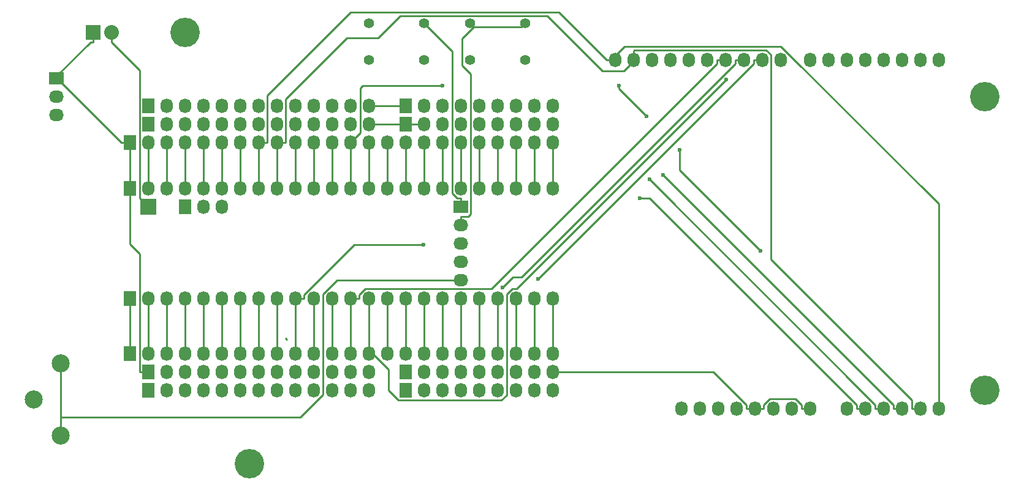
<source format=gbr>
G04 #@! TF.FileFunction,Copper,L2,Bot,Signal*
%FSLAX46Y46*%
G04 Gerber Fmt 4.6, Leading zero omitted, Abs format (unit mm)*
G04 Created by KiCad (PCBNEW 4.0.4-stable) date 12/08/16 13:27:43*
%MOMM*%
%LPD*%
G01*
G04 APERTURE LIST*
%ADD10C,0.100000*%
%ADD11R,1.727200X2.032000*%
%ADD12O,1.727200X2.032000*%
%ADD13C,4.064000*%
%ADD14C,2.499360*%
%ADD15R,2.032000X1.727200*%
%ADD16O,2.032000X1.727200*%
%ADD17R,2.235200X2.235200*%
%ADD18R,2.032000X2.032000*%
%ADD19O,2.032000X2.032000*%
%ADD20C,1.397000*%
%ADD21C,0.600000*%
%ADD22C,0.250000*%
G04 APERTURE END LIST*
D10*
D11*
X57658000Y-116205000D03*
D12*
X60198000Y-116205000D03*
X62738000Y-116205000D03*
X65278000Y-116205000D03*
X67818000Y-116205000D03*
X70358000Y-116205000D03*
X72898000Y-116205000D03*
X75438000Y-116205000D03*
X77978000Y-116205000D03*
X80518000Y-116205000D03*
X83058000Y-116205000D03*
X85598000Y-116205000D03*
X88138000Y-116205000D03*
X90678000Y-116205000D03*
X93218000Y-116205000D03*
X95758000Y-116205000D03*
X98298000Y-116205000D03*
X100838000Y-116205000D03*
X103378000Y-116205000D03*
X105918000Y-116205000D03*
X108458000Y-116205000D03*
X110998000Y-116205000D03*
X113538000Y-116205000D03*
X116078000Y-116205000D03*
X133858000Y-123825000D03*
X136398000Y-123825000D03*
X138938000Y-123825000D03*
X141478000Y-123825000D03*
X144018000Y-123825000D03*
X146558000Y-123825000D03*
X149098000Y-123825000D03*
X151638000Y-123825000D03*
X156718000Y-123825000D03*
X159258000Y-123825000D03*
X161798000Y-123825000D03*
X164338000Y-123825000D03*
X166878000Y-123825000D03*
X169418000Y-123825000D03*
X124714000Y-75565000D03*
X127254000Y-75565000D03*
X129794000Y-75565000D03*
X132334000Y-75565000D03*
X134874000Y-75565000D03*
X137414000Y-75565000D03*
X139954000Y-75565000D03*
X142494000Y-75565000D03*
X145034000Y-75565000D03*
X147574000Y-75565000D03*
X151638000Y-75565000D03*
X154178000Y-75565000D03*
X156718000Y-75565000D03*
X159258000Y-75565000D03*
X161798000Y-75565000D03*
X164338000Y-75565000D03*
X166878000Y-75565000D03*
X169418000Y-75565000D03*
D13*
X74168000Y-131445000D03*
X175768000Y-121285000D03*
X65278000Y-71755000D03*
X175768000Y-80645000D03*
D14*
X48127920Y-127556260D03*
X44328080Y-122555000D03*
X48127920Y-117553740D03*
D11*
X95758000Y-121285000D03*
D12*
X98298000Y-121285000D03*
X100838000Y-121285000D03*
X103378000Y-121285000D03*
X105918000Y-121285000D03*
X108458000Y-121285000D03*
X110998000Y-121285000D03*
X113538000Y-121285000D03*
X116078000Y-121285000D03*
D11*
X95758000Y-118745000D03*
D12*
X98298000Y-118745000D03*
X100838000Y-118745000D03*
X103378000Y-118745000D03*
X105918000Y-118745000D03*
X108458000Y-118745000D03*
X110998000Y-118745000D03*
X113538000Y-118745000D03*
X116078000Y-118745000D03*
D11*
X60198000Y-121285000D03*
D12*
X62738000Y-121285000D03*
X65278000Y-121285000D03*
X67818000Y-121285000D03*
X70358000Y-121285000D03*
X72898000Y-121285000D03*
X75438000Y-121285000D03*
X77978000Y-121285000D03*
X80518000Y-121285000D03*
X83058000Y-121285000D03*
X85598000Y-121285000D03*
X88138000Y-121285000D03*
X90678000Y-121285000D03*
D11*
X95758000Y-84455000D03*
D12*
X98298000Y-84455000D03*
X100838000Y-84455000D03*
X103378000Y-84455000D03*
X105918000Y-84455000D03*
X108458000Y-84455000D03*
X110998000Y-84455000D03*
X113538000Y-84455000D03*
X116078000Y-84455000D03*
D11*
X60198000Y-118745000D03*
D12*
X62738000Y-118745000D03*
X65278000Y-118745000D03*
X67818000Y-118745000D03*
X70358000Y-118745000D03*
X72898000Y-118745000D03*
X75438000Y-118745000D03*
X77978000Y-118745000D03*
X80518000Y-118745000D03*
X83058000Y-118745000D03*
X85598000Y-118745000D03*
X88138000Y-118745000D03*
X90678000Y-118745000D03*
D11*
X95758000Y-81915000D03*
D12*
X98298000Y-81915000D03*
X100838000Y-81915000D03*
X103378000Y-81915000D03*
X105918000Y-81915000D03*
X108458000Y-81915000D03*
X110998000Y-81915000D03*
X113538000Y-81915000D03*
X116078000Y-81915000D03*
D11*
X57658000Y-108585000D03*
D12*
X60198000Y-108585000D03*
X62738000Y-108585000D03*
X65278000Y-108585000D03*
X67818000Y-108585000D03*
X70358000Y-108585000D03*
X72898000Y-108585000D03*
X75438000Y-108585000D03*
X77978000Y-108585000D03*
X80518000Y-108585000D03*
X83058000Y-108585000D03*
X85598000Y-108585000D03*
X88138000Y-108585000D03*
X90678000Y-108585000D03*
X93218000Y-108585000D03*
X95758000Y-108585000D03*
X98298000Y-108585000D03*
X100838000Y-108585000D03*
X103378000Y-108585000D03*
X105918000Y-108585000D03*
X108458000Y-108585000D03*
X110998000Y-108585000D03*
X113538000Y-108585000D03*
X116078000Y-108585000D03*
D15*
X103378000Y-95885000D03*
D16*
X103378000Y-98425000D03*
X103378000Y-100965000D03*
X103378000Y-103505000D03*
X103378000Y-106045000D03*
D11*
X65278000Y-95885000D03*
D12*
X67818000Y-95885000D03*
X70358000Y-95885000D03*
D15*
X47498000Y-78105000D03*
D16*
X47498000Y-80645000D03*
X47498000Y-83185000D03*
D17*
X60198000Y-95885000D03*
D11*
X57658000Y-93345000D03*
D12*
X60198000Y-93345000D03*
X62738000Y-93345000D03*
X65278000Y-93345000D03*
X67818000Y-93345000D03*
X70358000Y-93345000D03*
X72898000Y-93345000D03*
X75438000Y-93345000D03*
X77978000Y-93345000D03*
X80518000Y-93345000D03*
X83058000Y-93345000D03*
X85598000Y-93345000D03*
X88138000Y-93345000D03*
X90678000Y-93345000D03*
X93218000Y-93345000D03*
X95758000Y-93345000D03*
X98298000Y-93345000D03*
X100838000Y-93345000D03*
X103378000Y-93345000D03*
X105918000Y-93345000D03*
X108458000Y-93345000D03*
X110998000Y-93345000D03*
X113538000Y-93345000D03*
X116078000Y-93345000D03*
D18*
X52578000Y-71755000D03*
D19*
X55118000Y-71755000D03*
D11*
X57658000Y-86995000D03*
D12*
X60198000Y-86995000D03*
X62738000Y-86995000D03*
X65278000Y-86995000D03*
X67818000Y-86995000D03*
X70358000Y-86995000D03*
X72898000Y-86995000D03*
X75438000Y-86995000D03*
X77978000Y-86995000D03*
X80518000Y-86995000D03*
X83058000Y-86995000D03*
X85598000Y-86995000D03*
X88138000Y-86995000D03*
X90678000Y-86995000D03*
X93218000Y-86995000D03*
X95758000Y-86995000D03*
X98298000Y-86995000D03*
X100838000Y-86995000D03*
X103378000Y-86995000D03*
X105918000Y-86995000D03*
X108458000Y-86995000D03*
X110998000Y-86995000D03*
X113538000Y-86995000D03*
X116078000Y-86995000D03*
D11*
X60198000Y-84455000D03*
D12*
X62738000Y-84455000D03*
X65278000Y-84455000D03*
X67818000Y-84455000D03*
X70358000Y-84455000D03*
X72898000Y-84455000D03*
X75438000Y-84455000D03*
X77978000Y-84455000D03*
X80518000Y-84455000D03*
X83058000Y-84455000D03*
X85598000Y-84455000D03*
X88138000Y-84455000D03*
X90678000Y-84455000D03*
D11*
X60198000Y-81915000D03*
D12*
X62738000Y-81915000D03*
X65278000Y-81915000D03*
X67818000Y-81915000D03*
X70358000Y-81915000D03*
X72898000Y-81915000D03*
X75438000Y-81915000D03*
X77978000Y-81915000D03*
X80518000Y-81915000D03*
X83058000Y-81915000D03*
X85598000Y-81915000D03*
X88138000Y-81915000D03*
X90678000Y-81915000D03*
D20*
X112268000Y-70485000D03*
X112268000Y-75565000D03*
X104648000Y-70485000D03*
X104648000Y-75565000D03*
X98298000Y-70485000D03*
X98298000Y-75565000D03*
X90678000Y-70485000D03*
X90678000Y-75565000D03*
D21*
X144780000Y-101981000D03*
X133604000Y-88011000D03*
X129032000Y-83355264D03*
X125222000Y-79121000D03*
X100838000Y-79121000D03*
X128140000Y-94686400D03*
X129428000Y-92124100D03*
X131287000Y-91491400D03*
X114061000Y-105865000D03*
X109104000Y-107074000D03*
X140030000Y-78287600D03*
X98233100Y-101121000D03*
D22*
X79185400Y-114110000D02*
X79366800Y-114291400D01*
X133604000Y-88011000D02*
X133604000Y-90805000D01*
X133604000Y-90805000D02*
X144780000Y-101981000D01*
X125222000Y-79121000D02*
X125222000Y-79545264D01*
X125222000Y-79545264D02*
X129032000Y-83355264D01*
X89824780Y-79121000D02*
X100838000Y-79121000D01*
X89489390Y-79456390D02*
X89824780Y-79121000D01*
X89408000Y-85725000D02*
X89489390Y-85643610D01*
X89489390Y-85643610D02*
X89489390Y-79456390D01*
X88138000Y-86995000D02*
X89408000Y-85725000D01*
X88138000Y-86995000D02*
X88138000Y-86288348D01*
X88138000Y-93345000D02*
X88138000Y-86995000D01*
X85598000Y-86995000D02*
X85598000Y-93345000D01*
X129451000Y-94686400D02*
X128140000Y-94686400D01*
X158069000Y-123305000D02*
X129451000Y-94686400D01*
X158069000Y-123825000D02*
X158069000Y-123305000D01*
X159258000Y-123825000D02*
X158069000Y-123825000D01*
X83058000Y-86995000D02*
X83058000Y-93345000D01*
X160609000Y-123305000D02*
X129428000Y-92124100D01*
X160609000Y-123825000D02*
X160609000Y-123305000D01*
X161798000Y-123825000D02*
X160609000Y-123825000D01*
X80518000Y-86995000D02*
X80518000Y-93345000D01*
X131336000Y-91491400D02*
X131287000Y-91491400D01*
X163149000Y-123305000D02*
X131336000Y-91491400D01*
X163149000Y-123825000D02*
X163149000Y-123305000D01*
X164338000Y-123825000D02*
X163149000Y-123825000D01*
X75438000Y-93345000D02*
X75438000Y-86995000D01*
X123525000Y-75565000D02*
X124120000Y-75565000D01*
X116967000Y-69006500D02*
X123525000Y-75565000D01*
X88138500Y-69006500D02*
X116967000Y-69006500D01*
X76626900Y-80518100D02*
X88138500Y-69006500D01*
X76626900Y-86995000D02*
X76626900Y-80518100D01*
X75438000Y-86995000D02*
X76626900Y-86995000D01*
X169418000Y-95507600D02*
X169418000Y-123825000D01*
X147590000Y-73680100D02*
X169418000Y-95507600D01*
X126004000Y-73680100D02*
X147590000Y-73680100D01*
X124120000Y-75565000D02*
X126004000Y-73680100D01*
X124714000Y-75565000D02*
X124120000Y-75565000D01*
X83058000Y-116205000D02*
X83058000Y-108585000D01*
X143845000Y-76080900D02*
X114061000Y-105865000D01*
X143845000Y-75565000D02*
X143845000Y-76080900D01*
X145034000Y-75565000D02*
X143845000Y-75565000D01*
X75438000Y-116205000D02*
X75438000Y-108585000D01*
X72898000Y-108585000D02*
X72898000Y-116205000D01*
X70358000Y-108585000D02*
X70358000Y-116205000D01*
X67818000Y-116205000D02*
X67818000Y-108585000D01*
X62738000Y-108585000D02*
X62738000Y-116205000D01*
X60198000Y-108585000D02*
X60198000Y-116205000D01*
X90678000Y-93345000D02*
X90678000Y-86995000D01*
X85598000Y-116205000D02*
X85598000Y-108585000D01*
X110559000Y-105619000D02*
X109104000Y-107074000D01*
X111748000Y-105619000D02*
X110559000Y-105619000D01*
X141305000Y-76061500D02*
X111748000Y-105619000D01*
X141305000Y-75565000D02*
X141305000Y-76061500D01*
X142494000Y-75565000D02*
X141305000Y-75565000D01*
X111074000Y-107244000D02*
X140030000Y-78287600D01*
X110494000Y-107244000D02*
X111074000Y-107244000D01*
X109728000Y-108010000D02*
X110494000Y-107244000D01*
X109728000Y-121940000D02*
X109728000Y-108010000D01*
X109004000Y-122664000D02*
X109728000Y-121940000D01*
X94738600Y-122664000D02*
X109004000Y-122664000D01*
X93377300Y-121303000D02*
X94738600Y-122664000D01*
X93377300Y-118392000D02*
X93377300Y-121303000D01*
X90678000Y-115693000D02*
X93377300Y-118392000D01*
X90678000Y-108585000D02*
X90678000Y-115693000D01*
X90678000Y-115693000D02*
X90678000Y-116205000D01*
X88138000Y-116205000D02*
X88138000Y-108585000D01*
X138765000Y-75565000D02*
X139954000Y-75565000D01*
X138765000Y-76047800D02*
X138765000Y-75565000D01*
X107579000Y-107234000D02*
X138765000Y-76047800D01*
X90157900Y-107234000D02*
X107579000Y-107234000D01*
X89326900Y-108065000D02*
X90157900Y-107234000D01*
X89326900Y-108585000D02*
X89326900Y-108065000D01*
X88138000Y-108585000D02*
X89326900Y-108585000D01*
X86245400Y-106045000D02*
X103378000Y-106045000D01*
X84328000Y-107962000D02*
X86245400Y-106045000D01*
X84328000Y-121872000D02*
X84328000Y-107962000D01*
X81221400Y-124978000D02*
X84328000Y-121872000D01*
X48127900Y-124978000D02*
X81221400Y-124978000D01*
X48127900Y-117554000D02*
X48127900Y-124978000D01*
X48127900Y-117554000D02*
X48127900Y-117553700D01*
X48127900Y-124978000D02*
X48127900Y-127556000D01*
X48127900Y-127556000D02*
X48127900Y-127556300D01*
X57658000Y-108585000D02*
X57658000Y-116205000D01*
X90678000Y-81915000D02*
X95758000Y-81915000D01*
X90678000Y-84455000D02*
X95758000Y-84455000D01*
X98298000Y-84455000D02*
X95758000Y-84455000D01*
X59009100Y-118745000D02*
X60198000Y-118745000D01*
X59009100Y-102403000D02*
X59009100Y-118745000D01*
X57658000Y-101052000D02*
X59009100Y-102403000D01*
X57658000Y-93345000D02*
X57658000Y-101052000D01*
X145207000Y-123825000D02*
X144018000Y-123825000D01*
X145207000Y-123305000D02*
X145207000Y-123825000D01*
X146030000Y-122482000D02*
X145207000Y-123305000D01*
X149626000Y-122482000D02*
X146030000Y-122482000D01*
X150449000Y-123305000D02*
X149626000Y-122482000D01*
X150449000Y-123825000D02*
X150449000Y-123305000D01*
X151638000Y-123825000D02*
X150449000Y-123825000D01*
X57658000Y-86995000D02*
X57658000Y-93345000D01*
X138269000Y-118745000D02*
X116078000Y-118745000D01*
X142829000Y-123305000D02*
X138269000Y-118745000D01*
X142829000Y-123825000D02*
X142829000Y-123305000D01*
X144018000Y-123825000D02*
X142829000Y-123825000D01*
X56469100Y-86995000D02*
X57658000Y-86995000D01*
X47498000Y-78023900D02*
X56469100Y-86995000D01*
X47498000Y-77807700D02*
X47498000Y-78023900D01*
X52209400Y-73096300D02*
X47498000Y-77807700D01*
X52578000Y-73096300D02*
X52209400Y-73096300D01*
X52578000Y-71755000D02*
X52578000Y-73096300D01*
X47498000Y-78105000D02*
X47498000Y-78023900D01*
X47498000Y-78023900D02*
X47498000Y-77807700D01*
X166878000Y-123825000D02*
X165689000Y-123825000D01*
X165689000Y-122636000D02*
X146225000Y-103172000D01*
X146225000Y-74849800D02*
X145556000Y-74180900D01*
X165689000Y-123825000D02*
X165689000Y-122636000D01*
X146225000Y-103172000D02*
X146225000Y-74849800D01*
X145556000Y-74180900D02*
X127372100Y-74180900D01*
X127254000Y-74299000D02*
X127254000Y-75565000D01*
X127372100Y-74180900D02*
X127254000Y-74299000D01*
X77978000Y-86995000D02*
X79166900Y-86995000D01*
X79166900Y-86995000D02*
X79166900Y-80980100D01*
X87630000Y-72517000D02*
X91948000Y-72517000D01*
X79166900Y-80980100D02*
X87630000Y-72517000D01*
X91948000Y-72517000D02*
X95003501Y-69461499D01*
X95003501Y-69461499D02*
X115308499Y-69461499D01*
X115308499Y-69461499D02*
X122936000Y-77089000D01*
X127254000Y-75717400D02*
X127254000Y-75565000D01*
X122936000Y-77089000D02*
X125882400Y-77089000D01*
X125882400Y-77089000D02*
X127254000Y-75717400D01*
X77978000Y-93345000D02*
X77978000Y-86995000D01*
X126742000Y-75565000D02*
X127254000Y-75565000D01*
X93218000Y-93345000D02*
X93218000Y-86995000D01*
X80518000Y-116205000D02*
X80518000Y-108585000D01*
X88651100Y-101121000D02*
X98233100Y-101121000D01*
X81706900Y-108065000D02*
X88651100Y-101121000D01*
X81706900Y-108585000D02*
X81706900Y-108065000D01*
X80518000Y-108585000D02*
X81706900Y-108585000D01*
X77978000Y-108585000D02*
X77978000Y-116205000D01*
X95758000Y-108585000D02*
X95758000Y-116205000D01*
X98298000Y-108585000D02*
X98298000Y-116205000D01*
X100838000Y-108585000D02*
X100838000Y-116205000D01*
X103378000Y-108585000D02*
X103378000Y-116205000D01*
X105918000Y-108585000D02*
X105918000Y-116205000D01*
X108458000Y-108585000D02*
X108458000Y-116205000D01*
X110998000Y-108585000D02*
X110998000Y-116205000D01*
X113538000Y-108585000D02*
X113538000Y-116205000D01*
X116078000Y-108585000D02*
X116078000Y-116205000D01*
X102189000Y-74376100D02*
X98298000Y-70485000D01*
X102189000Y-94027400D02*
X102189000Y-74376100D01*
X102858000Y-94696100D02*
X102189000Y-94027400D01*
X103378000Y-94696100D02*
X102858000Y-94696100D01*
X103378000Y-95885000D02*
X103378000Y-94696100D01*
X104648000Y-70485000D02*
X105165000Y-71001700D01*
X111751000Y-71001700D02*
X112268000Y-70485000D01*
X105165000Y-71001700D02*
X111751000Y-71001700D01*
X103588000Y-72578300D02*
X105165000Y-71001700D01*
X103588000Y-76371400D02*
X103588000Y-72578300D01*
X104729000Y-77512000D02*
X103588000Y-76371400D01*
X104729000Y-96925400D02*
X104729000Y-77512000D01*
X104418000Y-97236100D02*
X104729000Y-96925400D01*
X103378000Y-97236100D02*
X104418000Y-97236100D01*
X103378000Y-98425000D02*
X103378000Y-97236100D01*
X58999400Y-94686400D02*
X60198000Y-95885000D01*
X58999400Y-76977700D02*
X58999400Y-94686400D01*
X55118000Y-73096300D02*
X58999400Y-76977700D01*
X55118000Y-71755000D02*
X55118000Y-73096300D01*
X60198000Y-93345000D02*
X60198000Y-86995000D01*
X62738000Y-93345000D02*
X62738000Y-86995000D01*
X65278000Y-93345000D02*
X65278000Y-86995000D01*
X67818000Y-93345000D02*
X67818000Y-86995000D01*
X70358000Y-93345000D02*
X70358000Y-86995000D01*
X72898000Y-93345000D02*
X72898000Y-86995000D01*
X95758000Y-93345000D02*
X95758000Y-86995000D01*
X98298000Y-93345000D02*
X98298000Y-86995000D01*
X100838000Y-93345000D02*
X100838000Y-86995000D01*
X103378000Y-93345000D02*
X103378000Y-86995000D01*
X105918000Y-93345000D02*
X105918000Y-86995000D01*
X108458000Y-93345000D02*
X108458000Y-86995000D01*
X110998000Y-93345000D02*
X110998000Y-86995000D01*
X113538000Y-93345000D02*
X113538000Y-86995000D01*
X116078000Y-93345000D02*
X116078000Y-86995000D01*
X65278000Y-108585000D02*
X65278000Y-116205000D01*
X93218000Y-108585000D02*
X93218000Y-116205000D01*
M02*

</source>
